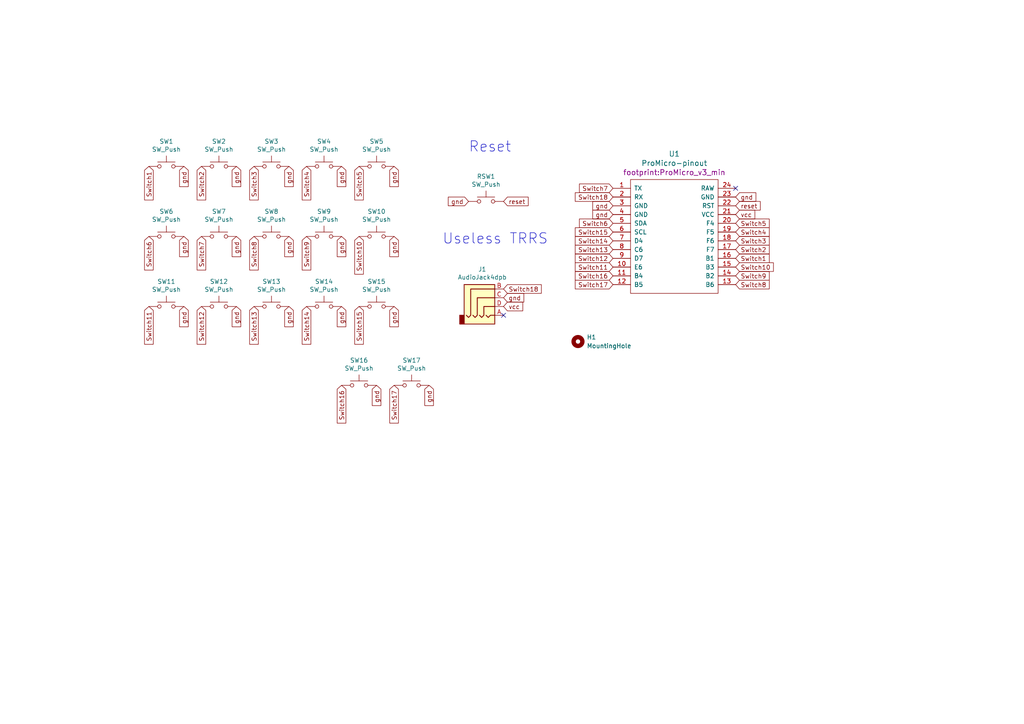
<source format=kicad_sch>
(kicad_sch (version 20230121) (generator eeschema)
  (paper "A4")
  (lib_symbols
    (symbol "Mechanical:MountingHole" (pin_names (offset 1.016))
      (property "Reference" "H" (at 0 5.08 0))
      (property "Value" "MountingHole" (at 0 3.175 0))
      (symbol "MountingHole_0_1"
        (circle (center 0 0) (radius 1.27) (stroke (width 1.27)))
      )
    )
    (symbol "Switch:SW_Push" (pin_numbers hide) (pin_names (offset 1.016) hide)
      (property "Reference" "SW" (at 1.27 2.54 0))
      (property "Value" "SW_Push" (at 0 -1.524 0))
      (symbol "SW_Push_0_1"
        (circle (center -2.032 0) (radius 0.508))
        (polyline (pts (xy 0 1.27) (xy 0 3.048)))
        (polyline (pts (xy 2.54 1.27) (xy -2.54 1.27)))
        (circle (center 2.032 0) (radius 0.508))
        (pin passive line (at -5.08 0 0) (length 2.54) (name "1") (number "1"))
        (pin passive line (at 5.08 0 180) (length 2.54) (name "2") (number "2"))
      )
    )
    (symbol "sweep-high-rescue:AudioJack4dpb-tokas_bp"
      (property "Reference" "J" (at 0 8.89 0))
      (property "Value" "tokas_bp_AudioJack4dpb" (at 0 6.35 0))
      (symbol "AudioJack4dpb-tokas_bp_0_1"
        (rectangle (start -6.35 -5.08) (end -7.62 -7.62) (stroke (width 0.254)) (fill (type outline)))
        (polyline (pts (xy 0 -5.08) (xy 0.635 -5.715) (xy 1.27 -5.08) (xy 2.54 -5.08)) (stroke (width 0.254)))
        (polyline (pts (xy -5.715 -5.08) (xy -5.08 -5.715) (xy -4.445 -5.08) (xy -4.445 2.54) (xy 2.54 2.54)) (stroke (width 0.254)))
        (polyline (pts (xy -1.905 -5.08) (xy -1.27 -5.715) (xy -0.635 -5.08) (xy -0.635 -2.54) (xy 2.54 -2.54)) (stroke (width 0.254)))
        (polyline (pts (xy 2.54 0) (xy -2.54 0) (xy -2.54 -5.08) (xy -3.175 -5.715) (xy -3.81 -5.08)) (stroke (width 0.254)))
        (rectangle (start 2.54 3.81) (end -6.35 -7.62) (stroke (width 0.254)) (fill (type background)))
      )
      (symbol "AudioJack4dpb-tokas_bp_1_1"
        (pin passive line (at 5.08 -5.08 180) (length 2.54) (name "~") (number "A"))
        (pin passive line (at 5.08 2.54 180) (length 2.54) (name "~") (number "B"))
        (pin passive line (at 5.08 0 180) (length 2.54) (name "~") (number "C"))
        (pin passive line (at 5.08 -2.54 180) (length 2.54) (name "~") (number "D"))
      )
    )
    (symbol "sweep-high-rescue:ProMicro-kbd-bigblackpill-34key-rescue-sweepv2-rescue" (pin_names (offset 1.016))
      (property "Reference" "U" (at 0 24.13 0))
      (property "Value" "sweepv2-rescue_ProMicro-kbd-bigblackpill-34key-rescue" (at 0 -13.97 0))
      (symbol "ProMicro-kbd-bigblackpill-34key-rescue-sweepv2-rescue_0_1"
        (rectangle (start -12.7 21.59) (end 12.7 -11.43))
      )
      (symbol "ProMicro-kbd-bigblackpill-34key-rescue-sweepv2-rescue_1_1"
        (pin bidirectional line (at -17.78 19.05 0) (length 5.08) (name "TX") (number "1"))
        (pin bidirectional line (at -17.78 -3.81 0) (length 5.08) (name "E6") (number "10"))
        (pin bidirectional line (at -17.78 -6.35 0) (length 5.08) (name "B4") (number "11"))
        (pin bidirectional line (at -17.78 -8.89 0) (length 5.08) (name "B5") (number "12"))
        (pin bidirectional line (at 17.78 -8.89 180) (length 5.08) (name "B6") (number "13"))
        (pin bidirectional line (at 17.78 -6.35 180) (length 5.08) (name "B2") (number "14"))
        (pin bidirectional line (at 17.78 -3.81 180) (length 5.08) (name "B3") (number "15"))
        (pin bidirectional line (at 17.78 -1.27 180) (length 5.08) (name "B1") (number "16"))
        (pin bidirectional line (at 17.78 1.27 180) (length 5.08) (name "F7") (number "17"))
        (pin bidirectional line (at 17.78 3.81 180) (length 5.08) (name "F6") (number "18"))
        (pin bidirectional line (at 17.78 6.35 180) (length 5.08) (name "F5") (number "19"))
        (pin bidirectional line (at -17.78 16.51 0) (length 5.08) (name "RX") (number "2"))
        (pin bidirectional line (at 17.78 8.89 180) (length 5.08) (name "F4") (number "20"))
        (pin power_in line (at 17.78 11.43 180) (length 5.08) (name "VCC") (number "21"))
        (pin input line (at 17.78 13.97 180) (length 5.08) (name "RST") (number "22"))
        (pin power_in line (at 17.78 16.51 180) (length 5.08) (name "GND") (number "23"))
        (pin power_out line (at 17.78 19.05 180) (length 5.08) (name "RAW") (number "24"))
        (pin power_in line (at -17.78 13.97 0) (length 5.08) (name "GND") (number "3"))
        (pin power_in line (at -17.78 11.43 0) (length 5.08) (name "GND") (number "4"))
        (pin bidirectional line (at -17.78 8.89 0) (length 5.08) (name "SDA") (number "5"))
        (pin bidirectional line (at -17.78 6.35 0) (length 5.08) (name "SCL") (number "6"))
        (pin bidirectional line (at -17.78 3.81 0) (length 5.08) (name "D4") (number "7"))
        (pin bidirectional line (at -17.78 1.27 0) (length 5.08) (name "C6") (number "8"))
        (pin bidirectional line (at -17.78 -1.27 0) (length 5.08) (name "D7") (number "9"))
      )
    )
  )
  (no_connect (at 146.05 91.44))
  (no_connect (at 213.36 54.61))
  (text "Useless TRRS\n" (at 128.27 71.12 0) (effects (font (size 2.9972 2.9972)) (justify left bottom)))
  (text "Reset" (at 135.89 44.45 0) (effects (font (size 2.9972 2.9972)) (justify left bottom)))
  (global_label "gnd" (shape input) (at 114.3 48.26 270) (property "Intersheetrefs" "${INTERSHEET_REFS}" (effects hide)))
  (global_label "gnd" (shape input) (at 213.36 57.15 0) (property "Intersheetrefs" "${INTERSHEET_REFS}" (effects hide)))
  (global_label "Switch6" (shape input) (at 43.18 68.58 270) (property "Intersheetrefs" "${INTERSHEET_REFS}" (effects hide)))
  (global_label "Switch16" (shape input) (at 99.06 111.76 270) (property "Intersheetrefs" "${INTERSHEET_REFS}" (effects hide)))
  (global_label "Switch8" (shape input) (at 73.66 68.58 270) (property "Intersheetrefs" "${INTERSHEET_REFS}" (effects hide)))
  (global_label "Switch10" (shape input) (at 104.14 68.58 270) (property "Intersheetrefs" "${INTERSHEET_REFS}" (effects hide)))
  (global_label "gnd" (shape input) (at 99.06 88.9 270) (property "Intersheetrefs" "${INTERSHEET_REFS}" (effects hide)))
  (global_label "gnd" (shape input) (at 177.8 59.69 180) (property "Intersheetrefs" "${INTERSHEET_REFS}" (effects hide)))
  (global_label "Switch9" (shape input) (at 213.36 80.01 0) (property "Intersheetrefs" "${INTERSHEET_REFS}" (effects hide)))
  (global_label "Switch15" (shape input) (at 177.8 67.31 180) (property "Intersheetrefs" "${INTERSHEET_REFS}" (effects hide)))
  (global_label "reset" (shape input) (at 213.36 59.69 0) (property "Intersheetrefs" "${INTERSHEET_REFS}" (effects hide)))
  (global_label "gnd" (shape input) (at 53.34 88.9 270) (property "Intersheetrefs" "${INTERSHEET_REFS}" (effects hide)))
  (global_label "gnd" (shape input) (at 177.8 62.23 180) (property "Intersheetrefs" "${INTERSHEET_REFS}" (effects hide)))
  (global_label "gnd" (shape input) (at 114.3 88.9 270) (property "Intersheetrefs" "${INTERSHEET_REFS}" (effects hide)))
  (global_label "gnd" (shape input) (at 53.34 68.58 270) (property "Intersheetrefs" "${INTERSHEET_REFS}" (effects hide)))
  (global_label "Switch15" (shape input) (at 104.14 88.9 270) (property "Intersheetrefs" "${INTERSHEET_REFS}" (effects hide)))
  (global_label "gnd" (shape input) (at 124.46 111.76 270) (property "Intersheetrefs" "${INTERSHEET_REFS}" (effects hide)))
  (global_label "Switch4" (shape input) (at 213.36 67.31 0) (property "Intersheetrefs" "${INTERSHEET_REFS}" (effects hide)))
  (global_label "vcc" (shape input) (at 213.36 62.23 0) (property "Intersheetrefs" "${INTERSHEET_REFS}" (effects hide)))
  (global_label "Switch5" (shape input) (at 213.36 64.77 0) (property "Intersheetrefs" "${INTERSHEET_REFS}" (effects hide)))
  (global_label "Switch3" (shape input) (at 213.36 69.85 0) (property "Intersheetrefs" "${INTERSHEET_REFS}" (effects hide)))
  (global_label "Switch12" (shape input) (at 177.8 74.93 180) (property "Intersheetrefs" "${INTERSHEET_REFS}" (effects hide)))
  (global_label "Switch11" (shape input) (at 177.8 77.47 180) (property "Intersheetrefs" "${INTERSHEET_REFS}" (effects hide)))
  (global_label "Switch13" (shape input) (at 177.8 72.39 180) (property "Intersheetrefs" "${INTERSHEET_REFS}" (effects hide)))
  (global_label "Switch1" (shape input) (at 43.18 48.26 270) (property "Intersheetrefs" "${INTERSHEET_REFS}" (effects hide)))
  (global_label "gnd" (shape input) (at 53.34 48.26 270) (property "Intersheetrefs" "${INTERSHEET_REFS}" (effects hide)))
  (global_label "Switch8" (shape input) (at 213.36 82.55 0) (property "Intersheetrefs" "${INTERSHEET_REFS}" (effects hide)))
  (global_label "reset" (shape input) (at 146.05 58.42 0) (property "Intersheetrefs" "${INTERSHEET_REFS}" (effects hide)))
  (global_label "gnd" (shape input) (at 114.3 68.58 270) (property "Intersheetrefs" "${INTERSHEET_REFS}" (effects hide)))
  (global_label "gnd" (shape input) (at 68.58 88.9 270) (property "Intersheetrefs" "${INTERSHEET_REFS}" (effects hide)))
  (global_label "Switch17" (shape input) (at 177.8 82.55 180) (property "Intersheetrefs" "${INTERSHEET_REFS}" (effects hide)))
  (global_label "Switch18" (shape input) (at 146.05 83.82 0) (property "Intersheetrefs" "${INTERSHEET_REFS}" (effects hide)))
  (global_label "Switch14" (shape input) (at 177.8 69.85 180) (property "Intersheetrefs" "${INTERSHEET_REFS}" (effects hide)))
  (global_label "Switch18" (shape input) (at 177.8 57.15 180) (property "Intersheetrefs" "${INTERSHEET_REFS}" (effects hide)))
  (global_label "Switch1" (shape input) (at 213.36 74.93 0) (property "Intersheetrefs" "${INTERSHEET_REFS}" (effects hide)))
  (global_label "Switch7" (shape input) (at 177.8 54.61 180) (property "Intersheetrefs" "${INTERSHEET_REFS}" (effects hide)))
  (global_label "gnd" (shape input) (at 83.82 68.58 270) (property "Intersheetrefs" "${INTERSHEET_REFS}" (effects hide)))
  (global_label "vcc" (shape input) (at 146.05 88.9 0) (property "Intersheetrefs" "${INTERSHEET_REFS}" (effects hide)))
  (global_label "Switch13" (shape input) (at 73.66 88.9 270) (property "Intersheetrefs" "${INTERSHEET_REFS}" (effects hide)))
  (global_label "Switch2" (shape input) (at 213.36 72.39 0) (property "Intersheetrefs" "${INTERSHEET_REFS}" (effects hide)))
  (global_label "Switch11" (shape input) (at 43.18 88.9 270) (property "Intersheetrefs" "${INTERSHEET_REFS}" (effects hide)))
  (global_label "gnd" (shape input) (at 83.82 48.26 270) (property "Intersheetrefs" "${INTERSHEET_REFS}" (effects hide)))
  (global_label "gnd" (shape input) (at 99.06 48.26 270) (property "Intersheetrefs" "${INTERSHEET_REFS}" (effects hide)))
  (global_label "Switch9" (shape input) (at 88.9 68.58 270) (property "Intersheetrefs" "${INTERSHEET_REFS}" (effects hide)))
  (global_label "Switch14" (shape input) (at 88.9 88.9 270) (property "Intersheetrefs" "${INTERSHEET_REFS}" (effects hide)))
  (global_label "Switch7" (shape input) (at 58.42 68.58 270) (property "Intersheetrefs" "${INTERSHEET_REFS}" (effects hide)))
  (global_label "Switch12" (shape input) (at 58.42 88.9 270) (property "Intersheetrefs" "${INTERSHEET_REFS}" (effects hide)))
  (global_label "gnd" (shape input) (at 68.58 48.26 270) (property "Intersheetrefs" "${INTERSHEET_REFS}" (effects hide)))
  (global_label "gnd" (shape input) (at 146.05 86.36 0) (property "Intersheetrefs" "${INTERSHEET_REFS}" (effects hide)))
  (global_label "gnd" (shape input) (at 83.82 88.9 270) (property "Intersheetrefs" "${INTERSHEET_REFS}" (effects hide)))
  (global_label "gnd" (shape input) (at 109.22 111.76 270) (property "Intersheetrefs" "${INTERSHEET_REFS}" (effects hide)))
  (global_label "gnd" (shape input) (at 135.89 58.42 180) (property "Intersheetrefs" "${INTERSHEET_REFS}" (effects hide)))
  (global_label "Switch3" (shape input) (at 73.66 48.26 270) (property "Intersheetrefs" "${INTERSHEET_REFS}" (effects hide)))
  (global_label "Switch17" (shape input) (at 114.3 111.76 270) (property "Intersheetrefs" "${INTERSHEET_REFS}" (effects hide)))
  (global_label "Switch16" (shape input) (at 177.8 80.01 180) (property "Intersheetrefs" "${INTERSHEET_REFS}" (effects hide)))
  (global_label "Switch4" (shape input) (at 88.9 48.26 270) (property "Intersheetrefs" "${INTERSHEET_REFS}" (effects hide)))
  (global_label "Switch10" (shape input) (at 213.36 77.47 0) (property "Intersheetrefs" "${INTERSHEET_REFS}" (effects hide)))
  (global_label "Switch5" (shape input) (at 104.14 48.26 270) (property "Intersheetrefs" "${INTERSHEET_REFS}" (effects hide)))
  (global_label "gnd" (shape input) (at 99.06 68.58 270) (property "Intersheetrefs" "${INTERSHEET_REFS}" (effects hide)))
  (global_label "gnd" (shape input) (at 68.58 68.58 270) (property "Intersheetrefs" "${INTERSHEET_REFS}" (effects hide)))
  (global_label "Switch6" (shape input) (at 177.8 64.77 180) (property "Intersheetrefs" "${INTERSHEET_REFS}" (effects hide)))
  (global_label "Switch2" (shape input) (at 58.42 48.26 270) (property "Intersheetrefs" "${INTERSHEET_REFS}" (effects hide)))
  (symbol (lib_id "Switch:SW_Push") (at 48.26 48.26 0) (unit 1)
    (property "Reference" "SW1" (at 48.26 41.021 0))
    (property "Value" "SW_Push" (at 48.26 43.3324 0))
    (property "Footprint" "footprint:SW_MX_reversible" (effects hide))
  )
  (symbol (lib_id "Switch:SW_Push") (at 109.22 48.26 0) (unit 1)
    (property "Reference" "SW5" (at 109.22 41.021 0))
    (property "Value" "SW_Push" (at 109.22 43.3324 0))
    (property "Footprint" "footprint:SW_MX_reversible" (effects hide))
  )
  (symbol (lib_id "Switch:SW_Push") (at 63.5 68.58 0) (unit 1)
    (property "Reference" "SW7" (at 63.5 61.341 0))
    (property "Value" "SW_Push" (at 63.5 63.6524 0))
    (property "Footprint" "footprint:SW_MX_reversible" (effects hide))
  )
  (symbol (lib_id "Switch:SW_Push") (at 48.26 88.9 0) (unit 1)
    (property "Reference" "SW11" (at 48.26 81.661 0))
    (property "Value" "SW_Push" (at 48.26 83.9724 0))
    (property "Footprint" "footprint:SW_MX_reversible" (effects hide))
  )
  (symbol (lib_id "Switch:SW_Push") (at 109.22 88.9 0) (unit 1)
    (property "Reference" "SW15" (at 109.22 81.661 0))
    (property "Value" "SW_Push" (at 109.22 83.9724 0))
    (property "Footprint" "footprint:SW_MX_reversible" (effects hide))
  )
  (symbol (lib_id "sweep-high-rescue:ProMicro-kbd-bigblackpill-34key-rescue-sweepv2-rescue") (at 195.58 73.66 0) (unit 1)
    (property "Reference" "U1" (at 195.58 44.6278 0) (effects (font (size 1.524 1.524))))
    (property "Value" "ProMicro-pinout" (at 195.58 47.3202 0) (effects (font (size 1.524 1.524))))
    (property "Footprint" "footprint:ProMicro_v3_min" (at 195.58 50.0126 0) (effects (font (size 1.524 1.524))))
  )
  (symbol (lib_id "Switch:SW_Push") (at 63.5 88.9 0) (unit 1)
    (property "Reference" "SW12" (at 63.5 81.661 0))
    (property "Value" "SW_Push" (at 63.5 83.9724 0))
    (property "Footprint" "footprint:SW_MX_reversible" (effects hide))
  )
  (symbol (lib_id "sweep-high-rescue:AudioJack4dpb-tokas_bp") (at 140.97 86.36 0) (unit 1)
    (property "Reference" "J1" (at 139.8778 78.105 0))
    (property "Value" "AudioJack4dpb" (at 139.8778 80.4164 0))
    (property "Footprint" "footprint:TRRS-PJ-DPB2" (effects hide))
  )
  (symbol (lib_id "Switch:SW_Push") (at 140.97 58.42 0) (unit 1)
    (property "Reference" "RSW1" (at 140.97 51.181 0))
    (property "Value" "SW_Push" (at 140.97 53.4924 0))
    (property "Footprint" "footprint:ResetSW" (effects hide))
  )
  (symbol (lib_id "Switch:SW_Push") (at 93.98 88.9 0) (unit 1)
    (property "Reference" "SW14" (at 93.98 81.661 0))
    (property "Value" "SW_Push" (at 93.98 83.9724 0))
    (property "Footprint" "footprint:SW_MX_reversible" (effects hide))
  )
  (symbol (lib_id "Switch:SW_Push") (at 109.22 68.58 0) (unit 1)
    (property "Reference" "SW10" (at 109.22 61.341 0))
    (property "Value" "SW_Push" (at 109.22 63.6524 0))
    (property "Footprint" "footprint:SW_MX_reversible" (effects hide))
  )
  (symbol (lib_id "Switch:SW_Push") (at 78.74 88.9 0) (unit 1)
    (property "Reference" "SW13" (at 78.74 81.661 0))
    (property "Value" "SW_Push" (at 78.74 83.9724 0))
    (property "Footprint" "footprint:SW_MX_reversible" (effects hide))
  )
  (symbol (lib_id "Switch:SW_Push") (at 119.38 111.76 0) (unit 1)
    (property "Reference" "SW17" (at 119.38 104.521 0))
    (property "Value" "SW_Push" (at 119.38 106.8324 0))
    (property "Footprint" "footprint:SW_MX_reversible" (effects hide))
  )
  (symbol (lib_id "Switch:SW_Push") (at 78.74 68.58 0) (unit 1)
    (property "Reference" "SW8" (at 78.74 61.341 0))
    (property "Value" "SW_Push" (at 78.74 63.6524 0))
    (property "Footprint" "footprint:SW_MX_reversible" (effects hide))
  )
  (symbol (lib_id "Switch:SW_Push") (at 93.98 48.26 0) (unit 1)
    (property "Reference" "SW4" (at 93.98 41.021 0))
    (property "Value" "SW_Push" (at 93.98 43.3324 0))
    (property "Footprint" "footprint:SW_MX_reversible" (effects hide))
  )
  (symbol (lib_id "Mechanical:MountingHole") (at 167.64 99.06 0) (unit 1)
    (property "Reference" "H1" (at 170.18 97.79 0) (effects (justify left)))
    (property "Value" "MountingHole" (at 170.18 100.33 0) (effects (justify left)))
    (property "Footprint" "footprint:Tenting_Puck2" (effects hide))
  )
  (symbol (lib_id "Switch:SW_Push") (at 104.14 111.76 0) (unit 1)
    (property "Reference" "SW16" (at 104.14 104.521 0))
    (property "Value" "SW_Push" (at 104.14 106.8324 0))
    (property "Footprint" "footprint:SW_MX_reversible" (effects hide))
  )
  (symbol (lib_id "Switch:SW_Push") (at 63.5 48.26 0) (unit 1)
    (property "Reference" "SW2" (at 63.5 41.021 0))
    (property "Value" "SW_Push" (at 63.5 43.3324 0))
    (property "Footprint" "footprint:SW_MX_reversible" (effects hide))
  )
  (symbol (lib_id "Switch:SW_Push") (at 48.26 68.58 0) (unit 1)
    (property "Reference" "SW6" (at 48.26 61.341 0))
    (property "Value" "SW_Push" (at 48.26 63.6524 0))
    (property "Footprint" "footprint:SW_MX_reversible" (effects hide))
  )
  (symbol (lib_id "Switch:SW_Push") (at 78.74 48.26 0) (unit 1)
    (property "Reference" "SW3" (at 78.74 41.021 0))
    (property "Value" "SW_Push" (at 78.74 43.3324 0))
    (property "Footprint" "footprint:SW_MX_reversible" (effects hide))
  )
  (symbol (lib_id "Switch:SW_Push") (at 93.98 68.58 0) (unit 1)
    (property "Reference" "SW9" (at 93.98 61.341 0))
    (property "Value" "SW_Push" (at 93.98 63.6524 0))
    (property "Footprint" "footprint:SW_MX_reversible" (effects hide))
  )
)
</source>
